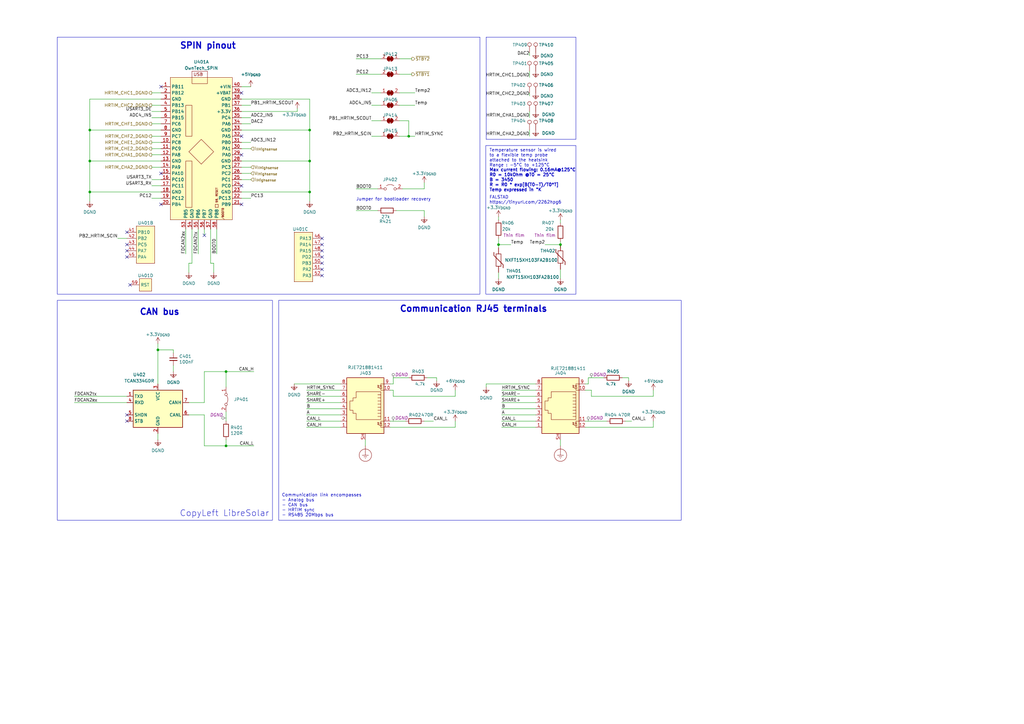
<source format=kicad_sch>
(kicad_sch (version 20250114) (generator "eeschema") (generator_version "9.0")
  (paper "A3")
  (title_block (title "Micro-inverter - 400W") (date "2024-02-06") (comment 1 "JAL"))
  (rectangle (start 199.263 59.69) (end 236.22 120.65))
  (rectangle (start 23.495 123.19) (end 111.76 213.36))
  (rectangle (start 199.39 15.24) (end 236.22 57.15))
  (rectangle (start 23.495 15.24) (end 196.85 120.65))
  (rectangle (start 114.3 123.19) (end 279.4 213.36))
  (text "CopyLeft LibreSolar\n" (at 73.66 212.09 0) (effects (font (size 2.4892 2.4892)) (justify left bottom)))
  (text "Communication link encompasses \n- Analog bus \n- CAN bus \n- HRTIM sync\n- RS485 20Mbps bus" (at 115.57 212.09 0) (effects (font (size 1.27 1.27)) (justify left bottom)))
  (text "Jumper for bootloader recovery" (at 146.05 82.55 0) (effects (font (size 1.27 1.27)) (justify left bottom)))
  (text "Temperature sensor is wired\nto a flexible temp probe \nattached to the heatsink\nRange : -5°C to +125°C" (at 200.66 68.58 0) (effects (font (size 1.27 1.27)) (justify left bottom)))
  (text "CAN bus" (at 57.15 129.54 0) (effects (font (size 2.54 2.54) (thickness 0.508) (bold yes)) (justify left bottom)))
  (text "Communication RJ45 terminals " (at 163.83 128.27 0) (effects (font (size 2.54 2.54) (thickness 0.508) (bold yes)) (justify left bottom)))
  (text "FALSTAD\nhttps://tinyurl.com/2262hpg6" (at 200.66 83.82 0) (effects (font (size 1.27 1.27)) (justify left bottom)))
  (text "Max current flowing: 0.16mA@125°C\nR0 = 10kOhm @T0 = 25°C\nB = 3450\nR = R0 * exp[B(T0-T)/T0*T]\nTemp expressed in °K" (at 200.66 78.74 0) (effects (font (size 1.27 1.27) (thickness 0.254) (bold yes)) (justify left bottom)))
  (text "SPIN pinout" (at 73.66 20.32 0) (effects (font (size 2.54 2.54) (thickness 0.4978) (bold yes)) (justify left bottom)))
  (junction (at 127 78.74))
  (junction (at 167.64 55.88))
  (junction (at 92.71 182.88))
  (junction (at 204.47 100.33))
  (junction (at 229.87 100.33))
  (junction (at 64.77 143.51))
  (junction (at 36.83 66.04))
  (junction (at 36.83 53.34))
  (junction (at 36.83 78.74))
  (junction (at 127 53.34))
  (junction (at 127 66.04))
  (junction (at 92.71 152.4))
  (no_connect (at 132.08 97.79))
  (no_connect (at 99.06 38.1))
  (no_connect (at 99.06 63.5))
  (no_connect (at 132.08 102.87))
  (no_connect (at 132.08 107.95))
  (no_connect (at 52.07 102.87))
  (no_connect (at 99.06 83.82))
  (no_connect (at 132.08 105.41))
  (no_connect (at 99.06 55.88))
  (no_connect (at 99.06 76.2))
  (no_connect (at 66.04 71.12))
  (no_connect (at 52.07 170.18))
  (no_connect (at 132.08 110.49))
  (no_connect (at 132.08 113.03))
  (no_connect (at 83.82 96.52))
  (no_connect (at 66.04 35.56))
  (no_connect (at 52.07 100.33))
  (no_connect (at 66.04 83.82))
  (no_connect (at 132.08 100.33))
  (no_connect (at 53.34 116.84))
  (no_connect (at 52.07 105.41))
  (no_connect (at 52.07 95.25))
  (no_connect (at 52.07 172.72))
  (wire (pts (xy 186.69 160.02) (xy 186.69 162.56)))
  (wire (pts (xy 255.27 154.94) (xy 257.81 154.94)))
  (wire (pts (xy 99.06 60.96) (xy 102.87 60.96)))
  (wire (pts (xy 240.03 172.72) (xy 248.92 172.72)))
  (wire (pts (xy 62.23 76.2) (xy 66.04 76.2)))
  (wire (pts (xy 36.83 53.34) (xy 66.04 53.34)))
  (wire (pts (xy 62.23 60.96) (xy 66.04 60.96)))
  (wire (pts (xy 62.23 43.18) (xy 66.04 43.18)))
  (wire (pts (xy 62.23 38.1) (xy 66.04 38.1)))
  (wire (pts (xy 99.06 43.18) (xy 102.87 43.18)))
  (wire (pts (xy 205.74 162.56) (xy 219.71 162.56)))
  (wire (pts (xy 99.06 68.58) (xy 102.87 68.58)))
  (wire (pts (xy 223.52 100.33) (xy 229.87 100.33)))
  (wire (pts (xy 242.57 162.56) (xy 242.57 160.02)))
  (wire (pts (xy 173.99 77.47) (xy 165.1 77.47)))
  (wire (pts (xy 152.4 55.88) (xy 156.21 55.88)))
  (wire (pts (xy 62.23 81.28) (xy 66.04 81.28)))
  (wire (pts (xy 205.74 175.26) (xy 219.71 175.26)))
  (wire (pts (xy 205.74 160.02) (xy 219.71 160.02)))
  (wire (pts (xy 217.17 38.1) (xy 217.17 39.37)))
  (wire (pts (xy 217.17 45.72) (xy 217.17 48.26)))
  (wire (pts (xy 99.06 35.56) (xy 102.87 35.56)))
  (wire (pts (xy 168.91 24.13) (xy 163.83 24.13)))
  (wire (pts (xy 146.05 77.47) (xy 154.94 77.47)))
  (wire (pts (xy 161.29 154.94) (xy 167.64 154.94)))
  (wire (pts (xy 161.29 160.02) (xy 160.02 160.02)))
  (wire (pts (xy 62.23 58.42) (xy 66.04 58.42)))
  (wire (pts (xy 76.2 93.98) (xy 76.2 104.14)))
  (wire (pts (xy 92.71 168.91) (xy 92.71 172.72)))
  (wire (pts (xy 87.63 107.95) (xy 86.36 107.95)))
  (wire (pts (xy 99.06 81.28) (xy 102.87 81.28)))
  (wire (pts (xy 205.74 170.18) (xy 219.71 170.18)))
  (wire (pts (xy 242.57 160.02) (xy 240.03 160.02)))
  (wire (pts (xy 241.3 157.48) (xy 240.03 157.48)))
  (wire (pts (xy 83.82 152.4) (xy 83.82 165.1)))
  (wire (pts (xy 120.65 157.48) (xy 139.7 157.48)))
  (wire (pts (xy 199.39 157.48) (xy 199.39 158.75)))
  (wire (pts (xy 229.87 90.17) (xy 229.87 91.44)))
  (wire (pts (xy 83.82 170.18) (xy 83.82 182.88)))
  (wire (pts (xy 121.92 44.45) (xy 121.92 45.72)))
  (wire (pts (xy 162.56 86.36) (xy 173.99 86.36)))
  (wire (pts (xy 36.83 78.74) (xy 36.83 82.55)))
  (wire (pts (xy 62.23 63.5) (xy 66.04 63.5)))
  (wire (pts (xy 160.02 172.72) (xy 166.37 172.72)))
  (wire (pts (xy 125.73 167.64) (xy 139.7 167.64)))
  (wire (pts (xy 127 40.64) (xy 127 53.34)))
  (wire (pts (xy 83.82 182.88) (xy 92.71 182.88)))
  (wire (pts (xy 152.4 38.1) (xy 156.21 38.1)))
  (wire (pts (xy 152.4 43.18) (xy 156.21 43.18)))
  (wire (pts (xy 267.97 160.02) (xy 267.97 162.56)))
  (wire (pts (xy 229.87 110.49) (xy 229.87 114.3)))
  (wire (pts (xy 217.17 29.21) (xy 217.17 31.75)))
  (wire (pts (xy 83.82 165.1) (xy 77.47 165.1)))
  (wire (pts (xy 204.47 97.79) (xy 204.47 100.33)))
  (wire (pts (xy 36.83 66.04) (xy 66.04 66.04)))
  (wire (pts (xy 92.71 152.4) (xy 104.14 152.4)))
  (wire (pts (xy 257.81 154.94) (xy 257.81 156.21)))
  (wire (pts (xy 36.83 53.34) (xy 36.83 66.04)))
  (wire (pts (xy 30.48 165.1) (xy 52.07 165.1)))
  (wire (pts (xy 127 66.04) (xy 127 78.74)))
  (wire (pts (xy 78.74 107.95) (xy 78.74 93.98)))
  (wire (pts (xy 62.23 55.88) (xy 66.04 55.88)))
  (wire (pts (xy 125.73 170.18) (xy 139.7 170.18)))
  (wire (pts (xy 204.47 88.9) (xy 204.47 90.17)))
  (wire (pts (xy 167.64 55.88) (xy 167.64 49.53)))
  (wire (pts (xy 179.07 156.21) (xy 179.07 154.94)))
  (wire (pts (xy 256.54 172.72) (xy 259.08 172.72)))
  (wire (pts (xy 83.82 93.98) (xy 83.82 96.52)))
  (wire (pts (xy 163.83 49.53) (xy 167.64 49.53)))
  (wire (pts (xy 156.21 30.48) (xy 146.05 30.48)))
  (wire (pts (xy 62.23 68.58) (xy 66.04 68.58)))
  (wire (pts (xy 173.99 172.72) (xy 177.8 172.72)))
  (wire (pts (xy 88.9 93.98) (xy 88.9 104.14)))
  (wire (pts (xy 83.82 152.4) (xy 92.71 152.4)))
  (wire (pts (xy 125.73 175.26) (xy 139.7 175.26)))
  (wire (pts (xy 204.47 100.33) (xy 204.47 101.6)))
  (wire (pts (xy 219.71 172.72) (xy 205.74 172.72)))
  (wire (pts (xy 71.12 152.4) (xy 71.12 149.86)))
  (wire (pts (xy 229.87 180.34) (xy 229.87 182.88)))
  (wire (pts (xy 71.12 144.78) (xy 71.12 143.51)))
  (wire (pts (xy 139.7 172.72) (xy 125.73 172.72)))
  (wire (pts (xy 92.71 152.4) (xy 92.71 158.75)))
  (wire (pts (xy 121.92 45.72) (xy 99.06 45.72)))
  (wire (pts (xy 99.06 40.64) (xy 127 40.64)))
  (wire (pts (xy 186.69 162.56) (xy 161.29 162.56)))
  (wire (pts (xy 170.18 55.88) (xy 167.64 55.88)))
  (wire (pts (xy 77.47 107.95) (xy 77.47 111.76)))
  (wire (pts (xy 36.83 66.04) (xy 36.83 78.74)))
  (wire (pts (xy 64.77 177.8) (xy 64.77 180.34)))
  (wire (pts (xy 99.06 78.74) (xy 127 78.74)))
  (wire (pts (xy 92.71 182.88) (xy 104.14 182.88)))
  (wire (pts (xy 99.06 53.34) (xy 127 53.34)))
  (wire (pts (xy 64.77 143.51) (xy 71.12 143.51)))
  (wire (pts (xy 36.83 40.64) (xy 36.83 53.34)))
  (wire (pts (xy 36.83 40.64) (xy 66.04 40.64)))
  (wire (pts (xy 175.26 154.94) (xy 179.07 154.94)))
  (wire (pts (xy 62.23 50.8) (xy 66.04 50.8)))
  (wire (pts (xy 64.77 143.51) (xy 64.77 157.48)))
  (wire (pts (xy 99.06 50.8) (xy 102.87 50.8)))
  (wire (pts (xy 77.47 107.95) (xy 78.74 107.95)))
  (wire (pts (xy 99.06 73.66) (xy 102.87 73.66)))
  (wire (pts (xy 125.73 162.56) (xy 139.7 162.56)))
  (wire (pts (xy 241.3 154.94) (xy 247.65 154.94)))
  (wire (pts (xy 267.97 172.72) (xy 267.97 175.26)))
  (wire (pts (xy 127 78.74) (xy 127 82.55)))
  (wire (pts (xy 161.29 162.56) (xy 161.29 160.02)))
  (wire (pts (xy 156.21 24.13) (xy 146.05 24.13)))
  (wire (pts (xy 205.74 167.64) (xy 219.71 167.64)))
  (wire (pts (xy 199.39 157.48) (xy 219.71 157.48)))
  (wire (pts (xy 149.86 180.34) (xy 149.86 182.88)))
  (wire (pts (xy 217.17 53.34) (xy 217.17 55.88)))
  (wire (pts (xy 127 53.34) (xy 127 66.04)))
  (wire (pts (xy 92.71 180.34) (xy 92.71 182.88)))
  (wire (pts (xy 62.23 73.66) (xy 66.04 73.66)))
  (wire (pts (xy 186.69 172.72) (xy 186.69 175.26)))
  (wire (pts (xy 125.73 160.02) (xy 139.7 160.02)))
  (wire (pts (xy 161.29 157.48) (xy 160.02 157.48)))
  (wire (pts (xy 146.05 86.36) (xy 154.94 86.36)))
  (wire (pts (xy 161.29 154.94) (xy 161.29 157.48)))
  (wire (pts (xy 242.57 162.56) (xy 267.97 162.56)))
  (wire (pts (xy 168.91 30.48) (xy 163.83 30.48)))
  (wire (pts (xy 99.06 48.26) (xy 102.87 48.26)))
  (wire (pts (xy 125.73 165.1) (xy 139.7 165.1)))
  (wire (pts (xy 241.3 154.94) (xy 241.3 157.48)))
  (wire (pts (xy 64.77 140.97) (xy 64.77 143.51)))
  (wire (pts (xy 217.17 21.59) (xy 217.17 22.86)))
  (wire (pts (xy 240.03 175.26) (xy 267.97 175.26)))
  (wire (pts (xy 81.28 93.98) (xy 81.28 104.14)))
  (wire (pts (xy 163.83 43.18) (xy 170.18 43.18)))
  (wire (pts (xy 48.26 97.79) (xy 52.07 97.79)))
  (wire (pts (xy 229.87 100.33) (xy 229.87 101.6)))
  (wire (pts (xy 173.99 74.93) (xy 173.99 77.47)))
  (wire (pts (xy 86.36 107.95) (xy 86.36 93.98)))
  (wire (pts (xy 77.47 170.18) (xy 83.82 170.18)))
  (wire (pts (xy 99.06 66.04) (xy 127 66.04)))
  (wire (pts (xy 152.4 49.53) (xy 156.21 49.53)))
  (wire (pts (xy 87.63 107.95) (xy 87.63 111.76)))
  (wire (pts (xy 173.99 86.36) (xy 173.99 88.9)))
  (wire (pts (xy 66.04 78.74) (xy 36.83 78.74)))
  (wire (pts (xy 204.47 100.33) (xy 209.55 100.33)))
  (wire (pts (xy 229.87 99.06) (xy 229.87 100.33)))
  (wire (pts (xy 99.06 58.42) (xy 102.87 58.42)))
  (wire (pts (xy 160.02 175.26) (xy 186.69 175.26)))
  (wire (pts (xy 30.48 162.56) (xy 52.07 162.56)))
  (wire (pts (xy 205.74 165.1) (xy 219.71 165.1)))
  (wire (pts (xy 62.23 45.72) (xy 66.04 45.72)))
  (wire (pts (xy 163.83 55.88) (xy 167.64 55.88)))
  (wire (pts (xy 163.83 38.1) (xy 170.18 38.1)))
  (wire (pts (xy 204.47 111.76) (xy 204.47 114.3)))
  (wire (pts (xy 62.23 48.26) (xy 66.04 48.26)))
  (wire (pts (xy 99.06 71.12) (xy 102.87 71.12)))
  (label "PC13" (at 146.05 24.13 0))
  (label "PB2_HRTIM_SCIN" (at 152.4 55.88 180))
  (label "CAN_H" (at 205.74 175.26 0))
  (label "CAN_L" (at 125.73 172.72 0))
  (label "CAN_L" (at 177.8 172.72 0))
  (label "ADC2_IN5" (at 102.87 48.26 0))
  (label "HRTIM_CHC2_DGND" (at 217.17 39.37 180))
  (label "PB1_HRTIM_SCOUT" (at 152.4 49.53 180))
  (label "SHARE+" (at 125.73 165.1 0))
  (label "HRTIM_SYNC" (at 125.73 160.02 0))
  (label "B" (at 125.73 167.64 0))
  (label "HRTIM_SYNC" (at 170.18 55.88 0))
  (label "ADC3_IN12" (at 102.87 58.42 0))
  (label "ADC4_IN5" (at 62.23 48.26 180))
  (label "Temp2" (at 223.52 100.33 180))
  (label "ADC3_IN12" (at 152.4 38.1 180))
  (label "B" (at 205.74 167.64 0))
  (label "A" (at 125.73 170.18 0))
  (label "CAN_H" (at 104.14 152.4 180))
  (label "BOOT0" (at 88.9 104.14 90))
  (label "A" (at 205.74 170.18 0))
  (label "CAN_H" (at 125.73 175.26 0))
  (label "SHARE+" (at 205.74 165.1 0))
  (label "PC12" (at 146.05 30.48 0))
  (label "SHARE-" (at 125.73 162.56 0))
  (label "BOOT0" (at 146.05 77.47 0))
  (label "Temp" (at 170.18 43.18 0))
  (label "FDCAN2_{RX}" (at 76.2 104.14 90))
  (label "HRTIM_CHC1_DGND" (at 217.17 31.75 180))
  (label "CAN_L" (at 205.74 172.72 0))
  (label "HRTIM_SYNC" (at 205.74 160.02 0))
  (label "USART3_DE" (at 62.23 45.72 180))
  (label "DAC2" (at 102.87 50.8 0))
  (label "DAC2" (at 217.17 22.86 180))
  (label "Temp2" (at 170.18 38.1 0))
  (label "ADC4_IN5" (at 152.4 43.18 180))
  (label "CAN_L" (at 104.14 182.88 180))
  (label "BOOT0" (at 146.05 86.36 0))
  (label "SHARE-" (at 205.74 162.56 0))
  (label "HRTIM_CHA2_DGND" (at 217.17 55.88 180))
  (label "USART3_RX" (at 62.23 76.2 180))
  (label "PC12" (at 62.23 81.28 180))
  (label "FDCAN2_{RX}" (at 30.48 165.1 0))
  (label "PB2_HRTIM_SCIN" (at 48.26 97.79 180))
  (label "USART3_TX" (at 62.23 73.66 180))
  (label "HRTIM_CHA1_DGND" (at 217.17 48.26 180))
  (label "CAN_L" (at 259.08 172.72 0))
  (label "FDCAN2_{TX}" (at 30.48 162.56 0))
  (label "FDCAN2_{TX}" (at 81.28 104.14 90))
  (label "PC13" (at 102.87 81.28 0))
  (label "PB1_HRTIM_SCOUT" (at 102.87 43.18 0))
  (label "Temp" (at 209.55 100.33 0))
  (hierarchical_label "HRTIM_CHF2_DGND" (shape output) (at 62.23 55.88 180))
  (hierarchical_label "HRTIM_CHF1_DGND" (shape output) (at 62.23 50.8 180))
  (hierarchical_label "HRTIM_CHA2_DGND" (shape output) (at 62.23 68.58 180))
  (hierarchical_label "~{STBY2}" (shape output) (at 168.91 24.13 0))
  (hierarchical_label "HRTIM_CHA1_DGND" (shape output) (at 62.23 63.5 180))
  (hierarchical_label "I_{IIHighsense}" (shape input) (at 102.87 60.96 0))
  (hierarchical_label "V_{IIHighsense}" (shape input) (at 102.87 68.58 0))
  (hierarchical_label "I_{IHighsense}" (shape input) (at 102.87 73.66 0))
  (hierarchical_label "V_{IHighsense}" (shape input) (at 102.87 71.12 0))
  (hierarchical_label "HRTIM_CHE2_DGND" (shape output) (at 62.23 60.96 180))
  (hierarchical_label "HRTIM_CHC1_DGND" (shape output) (at 62.23 38.1 180))
  (hierarchical_label "HRTIM_CHE1_DGND" (shape output) (at 62.23 58.42 180))
  (hierarchical_label "HRTIM_CHC2_DGND" (shape output) (at 62.23 43.18 180))
  (hierarchical_label "~{STBY1}" (shape output) (at 168.91 30.48 0))
  (netclass_flag "" (length 1.27) (shape round) (at 161.29 154.94 0) (property "Netclass" "DGND" (at 161.9885 153.67 0) (effects (font (italic yes)) (justify left))))
  (netclass_flag "" (length 1.27) (shape round) (at 241.3 172.72 0) (property "Netclass" "DGND" (at 241.9985 171.45 0) (effects (font (italic yes)) (justify left))))
  (netclass_flag "" (length 1.27) (shape round) (at 92.71 171.45 90) (property "Netclass" "DGND" (at 86.106 170.18 0) (effects (font (italic yes)) (justify left))))
  (netclass_flag "" (length 1.27) (shape round) (at 242.57 154.94 0) (property "Netclass" "DGND" (at 243.2685 153.67 0) (effects (font (italic yes)) (justify left))))
  (netclass_flag "" (length 1.27) (shape round) (at 161.29 172.72 0) (property "Netclass" "DGND" (at 161.9885 171.45 0) (effects (font (italic yes)) (justify left))))
  (symbol (lib_id "Symbols:DGND") (at 173.99 88.9 0) (unit 1)
    (property "Reference" "#PWR0418" (effects (hide yes)))
    (property "Value" "DGND" (at 173.99 93.345 0))
  )
  (symbol (lib_id "Connector:RJ45_LED_Shielded") (at 149.86 167.64 0) (mirror y) (unit 1)
    (property "Reference" "J403" (at 149.86 153.035 0))
    (property "Value" "RJE721881411" (at 149.86 150.7236 0))
    (property "Footprint" "Footprints:ethernet_RJE721881411" (effects (hide yes)))
    (property "Datasheet" "${KIPRJMOD}\\datasheet\\io-modjack-rje72.pdf" (effects (hide yes)))
    (property "manf#" "RJE721881411" (effects (hide yes)))
    (property "Functional Block" "Communication" (effects (hide yes)))
    (property "Subfunction" "RJ45 Connector" (effects (hide yes)))
  )
  (symbol (lib_id "Symbols:DGND") (at 199.39 158.75 0) (unit 1)
    (property "Reference" "#PWR0422" (effects (hide yes)))
    (property "Value" "DGND" (at 199.39 163.195 0))
  )
  (symbol (lib_id "Connector:TestPoint") (at 217.17 38.1 0) (unit 1) (on_board no)
    (property "Reference" "TP402" (at 209.55 34.925 0) (effects (justify left)))
    (property "Value" "TestPoint" (effects (hide yes)))
    (property "Footprint" "Footprints:TestPoint_THTPad_D1.5mm_Drill0.7mm" (effects (hide yes)))
    (property "DNP" "x" (effects (hide yes)))
  )
  (symbol (lib_id "Device:R") (at 92.71 176.53 0) (unit 1)
    (property "Reference" "R401" (at 94.488 175.3616 0) (effects (justify left)))
    (property "Value" "120R" (at 94.488 177.673 0) (effects (justify left)))
    (property "Footprint" "Footprints:R_0805_2012Metric" (effects (hide yes)))
    (property "Datasheet" "${KIPRJMOD}\\datasheet\\cr-1858361.pdf" (effects (hide yes)))
    (property "manf#" "CR0805-FX-1200ELF" (effects (hide yes)))
    (property "Functional Block" "Communication" (effects (hide yes)))
    (property "Metal content" "NiCr" (effects (hide yes)))
    (property "Subfunction" "CAN bus" (effects (hide yes)))
    (property "Package" "0805" (effects (hide yes)))
    (property "Technology" "Thick film" (effects (hide yes)))
  )
  (symbol (lib_id "Jumper:SolderJumper_2_Bridged") (at 160.02 49.53 0) (unit 1)
    (property "Reference" "JP414" (at 160.02 47.244 0))
    (property "Value" "Jumper_2_Bridged" (effects (hide yes)))
    (property "Footprint" "Jumper:SolderJumper-2_P1.3mm_Bridged_RoundedPad1.0x1.5mm" (effects (hide yes)))
    (property "DNP" "x" (effects (hide yes)))
    (property "Functional Block" "Communication" (effects (hide yes)))
    (property "Subfunction" "HRTIM Sync" (effects (hide yes)))
  )
  (symbol (lib_id "Symbols:+12V_PGND") (at 102.87 35.56 0) (unit 1) (in_bom no) (on_board no)
    (property "Reference" "#PWR0411" (effects (hide yes)))
    (property "Value" "+5V_{DGND}" (at 102.87 30.48 0))
  )
  (symbol (lib_id "Symbols:DGND") (at 127 82.55 0) (unit 1)
    (property "Reference" "#PWR0413" (effects (hide yes)))
    (property "Value" "DGND" (at 127 86.995 0))
  )
  (symbol (lib_id "Device:R") (at 251.46 154.94 90) (mirror x) (unit 1)
    (property "Reference" "R405" (at 254 152.4 90) (effects (justify left)))
    (property "Value" "4.7k" (at 252.73 157.48 90) (effects (justify left)))
    (property "Footprint" "Footprints:R_0805_2012Metric" (effects (hide yes)))
    (property "Datasheet" "${KIPRJMOD}\\datasheet\\cr-1858361.pdf" (effects (hide yes)))
    (property "manf#" "CR0805-FX-4701ELF" (effects (hide yes)))
    (property "Functional Block" "Communication" (effects (hide yes)))
    (property "Metal content" "NiCr" (effects (hide yes)))
    (property "Subfunction" "Analog bus" (effects (hide yes)))
    (property "Package" "0805" (effects (hide yes)))
    (property "Technology" "Thick film" (effects (hide yes)))
  )
  (symbol (lib_id "Symbols:DGND") (at 219.71 45.72 0) (unit 1)
    (property "Reference" "#PWR0429" (effects (hide yes)))
    (property "Value" "DGND" (at 222.25 46.9899 0) (effects (justify left)))
  )
  (symbol (lib_id "Symbols:DGND") (at 229.87 114.3 0) (unit 1)
    (property "Reference" "#PWR0432" (effects (hide yes)))
    (property "Value" "DGND" (at 229.87 118.745 0))
  )
  (symbol (lib_id "Connector:TestPoint") (at 219.71 53.34 0) (unit 1) (on_board no)
    (property "Reference" "TP408" (at 220.98 49.53 0) (effects (justify left)))
    (property "Value" "TestPoint" (effects (hide yes)))
    (property "Footprint" "Footprints:TestPoint_THTPad_D1.5mm_Drill0.7mm" (effects (hide yes)))
    (property "DNP" "x" (effects (hide yes)))
  )
  (symbol (lib_id "Symbols:DGND") (at 219.71 21.59 0) (unit 1)
    (property "Reference" "#PWR0426" (effects (hide yes)))
    (property "Value" "DGND" (at 221.615 22.8599 0) (effects (justify left)))
  )
  (symbol (lib_id "Symbols:+3.3V_DGND") (at 121.92 44.45 0) (unit 1) (in_bom no) (on_board no)
    (property "Reference" "#PWR0442" (effects (hide yes)))
    (property "Value" "+3.3V_{DGND}" (at 120.65 46.99 0))
  )
  (symbol (lib_id "Connector:TestPoint") (at 219.71 21.59 0) (unit 1) (on_board no)
    (property "Reference" "TP410" (at 220.98 18.415 0) (effects (justify left)))
    (property "Value" "TestPoint" (effects (hide yes)))
    (property "Footprint" "Footprints:TestPoint_THTPad_D1.5mm_Drill0.7mm" (effects (hide yes)))
    (property "DNP" "x" (effects (hide yes)))
  )
  (symbol (lib_id "Device:R") (at 171.45 154.94 270) (mirror x) (unit 1)
    (property "Reference" "R403" (at 168.91 152.4 90) (effects (justify left)))
    (property "Value" "4.7k" (at 170.18 157.48 90) (effects (justify left)))
    (property "Footprint" "Footprints:R_0805_2012Metric" (effects (hide yes)))
    (property "Datasheet" "${KIPRJMOD}\\datasheet\\cr-1858361.pdf" (effects (hide yes)))
    (property "manf#" "CR0805-FX-4701ELF" (effects (hide yes)))
    (property "Functional Block" "Communication" (effects (hide yes)))
    (property "Metal content" "NiCr" (effects (hide yes)))
    (property "Subfunction" "Analog bus" (effects (hide yes)))
    (property "Package" "0805" (effects (hide yes)))
    (property "Technology" "Thick film" (effects (hide yes)))
  )
  (symbol (lib_id "Symbols:+3.3V_DGND") (at 267.97 172.72 0) (unit 1) (in_bom no) (on_board no)
    (property "Reference" "#PWR0441" (effects (hide yes)))
    (property "Value" "+3.3V_{DGND}" (at 267.97 168.91 0))
  )
  (symbol (lib_id "Jumper:Jumper_2_Open") (at 160.02 77.47 0) (unit 1)
    (property "Reference" "JP402" (at 160.02 73.66 0))
    (property "Value" "Jumper_2_Open" (effects (hide yes)))
    (property "Footprint" "Connector_PinHeader_2.54mm:PinHeader_1x02_P2.54mm_Vertical" (effects (hide yes)))
  )
  (symbol (lib_id "Symbols:DGND") (at 179.07 156.21 0) (unit 1)
    (property "Reference" "#PWR0419" (effects (hide yes)))
    (property "Value" "DGND" (at 179.07 160.02 0))
  )
  (symbol (lib_id "Symbols:DGND") (at 219.71 53.34 0) (unit 1)
    (property "Reference" "#PWR0430" (effects (hide yes)))
    (property "Value" "DGND" (at 222.25 54.6099 0) (effects (justify left)))
  )
  (symbol (lib_id "power:Earth_Protective") (at 149.86 182.88 0) (mirror y) (unit 1) (on_board no)
    (property "Reference" "#PWR0415" (effects (hide yes)))
    (property "Value" "Earth_Protective" (effects (hide yes)))
  )
  (symbol (lib_id "Symbols:DGND") (at 36.83 82.55 0) (unit 1)
    (property "Reference" "#PWR0401" (effects (hide yes)))
    (property "Value" "DGND" (at 36.83 86.995 0))
  )
  (symbol (lib_id "Device:C_Small") (at 71.12 147.32 0) (unit 1)
    (property "Reference" "C401" (at 73.4568 146.1516 0) (effects (justify left)))
    (property "Value" "100nF" (at 73.4568 148.463 0) (effects (justify left)))
    (property "Footprint" "Capacitor_SMD:C_1206_3216Metric" (effects (hide yes)))
    (property "Datasheet" "${KIPRJMOD}\\datasheet\\KEM_C1002_X7R_SMD-3316098.pdf" (effects (hide yes)))
    (property "manf#" "C1206C104K5RAC7867" (effects (hide yes)))
    (property "Functional Block" "Communication" (effects (hide yes)))
    (property "Metal content" "BaTiO3" (effects (hide yes)))
    (property "Subfunction" "CAN bus" (effects (hide yes)))
    (property "Package" "1206" (effects (hide yes)))
    (property "Dielectric" "X7R" (effects (hide yes)))
    (property "Voltage" "50V" (effects (hide yes)))
  )
  (symbol (lib_id "Connector:RJ45_LED_Shielded") (at 229.87 167.64 0) (mirror y) (unit 1)
    (property "Reference" "J404" (at 229.87 153.035 0))
    (property "Value" "RJE721881411" (at 233.045 151.13 0))
    (property "Footprint" "Footprints:ethernet_RJE721881411" (effects (hide yes)))
    (property "Datasheet" "${KIPRJMOD}\\datasheet\\io-modjack-rje72.pdf" (effects (hide yes)))
    (property "manf#" "RJE721881411" (effects (hide yes)))
    (property "Functional Block" "Communication" (effects (hide yes)))
    (property "Subfunction" "RJ45 Connector" (effects (hide yes)))
  )
  (symbol (lib_name "OwnTech_SPIN_2") (lib_id "Symbols:OwnTech_SPIN") (at 128.27 95.25 0) (mirror y) (unit 3)
    (property "Reference" "U401" (at 123.19 93.98 0))
    (property "Value" "OwnTech_SPIN" (effects (hide yes)))
    (property "Footprint" "Footprints:OwnTech_SPINTHT" (effects (hide yes)))
    (property "manf#" "SPIN" (effects (hide yes)))
  )
  (symbol (lib_id "Symbols:DGND") (at 257.81 156.21 0) (unit 1)
    (property "Reference" "#PWR0437" (effects (hide yes)))
    (property "Value" "DGND" (at 257.81 160.655 0))
  )
  (symbol (lib_id "Connector:TestPoint") (at 219.71 45.72 0) (unit 1) (on_board no)
    (property "Reference" "TP407" (at 220.98 42.545 0) (effects (justify left)))
    (property "Value" "TestPoint" (effects (hide yes)))
    (property "Footprint" "Footprints:TestPoint_THTPad_D1.5mm_Drill0.7mm" (effects (hide yes)))
    (property "DNP" "x" (effects (hide yes)))
  )
  (symbol (lib_id "Jumper:Jumper_2_Bridged") (at 92.71 163.83 270) (unit 1)
    (property "Reference" "JP401" (at 95.885 163.83 90) (effects (justify left)))
    (property "Value" "Jumper" (effects (hide yes)))
    (property "Footprint" "Connector_PinHeader_2.54mm:PinHeader_1x02_P2.54mm_Vertical" (effects (hide yes)))
    (property "Datasheet" "${KIPRJMOD}\\datasheet\\eEH.pdf" (effects (hide yes)))
    (property "DNP" "x" (effects (hide yes)))
    (property "Functional Block" "Communication" (effects (hide yes)))
    (property "Subfunction" "CAN bus" (effects (hide yes)))
    (property "manf#" "10129378-902001BLF" (effects (hide yes)))
  )
  (symbol (lib_id "Connector:TestPoint") (at 219.71 29.21 0) (unit 1) (on_board no)
    (property "Reference" "TP405" (at 220.98 26.035 0) (effects (justify left)))
    (property "Value" "TestPoint" (effects (hide yes)))
    (property "Footprint" "Footprints:TestPoint_THTPad_D1.5mm_Drill0.7mm" (effects (hide yes)))
    (property "DNP" "x" (effects (hide yes)))
  )
  (symbol (lib_id "Jumper:SolderJumper_2_Bridged") (at 160.02 24.13 0) (mirror y) (unit 1)
    (property "Reference" "JP412" (at 160.02 22.225 0))
    (property "Value" "Jumper_2_Bridged" (effects (hide yes)))
    (property "Footprint" "Jumper:SolderJumper-2_P1.3mm_Bridged_RoundedPad1.0x1.5mm" (effects (hide yes)))
    (property "DNP" "x" (effects (hide yes)))
    (property "Functional Block" "Driver" (effects (hide yes)))
    (property "Subfunction" "STBY driver" (effects (hide yes)))
  )
  (symbol (lib_id "Device:R") (at 229.87 95.25 180) (unit 1)
    (property "Reference" "R407" (at 227.33 91.44 0) (effects (justify left)))
    (property "Value" "20k" (at 227.33 93.98 0) (effects (justify left)))
    (property "Footprint" "Footprints:R_0805_2012Metric" (effects (hide yes)))
    (property "Datasheet" "${KIPRJMOD}\\datasheet\\PYu_RT_1_to_0_01_RoHS_L_12-3003070.pdf" (effects (hide yes)))
    (property "manf#" "RT0805DRD0720KL" (effects (hide yes)))
    (property "Functional Block" "Measurement" (effects (hide yes)))
    (property "Metal content" "NiCr" (effects (hide yes)))
    (property "Subfunction" "Temp Measure" (effects (hide yes)))
    (property "Package" "0805" (effects (hide yes)))
    (property "Technology" "Thin film" (at 223.52 96.52 0))
  )
  (symbol (lib_id "Jumper:SolderJumper_2_Bridged") (at 160.02 30.48 0) (mirror y) (unit 1)
    (property "Reference" "JP413" (at 160.02 28.194 0))
    (property "Value" "Jumper_2_Bridged" (effects (hide yes)))
    (property "Footprint" "Jumper:SolderJumper-2_P1.3mm_Bridged_RoundedPad1.0x1.5mm" (effects (hide yes)))
    (property "DNP" "x" (effects (hide yes)))
    (property "Functional Block" "Driver" (effects (hide yes)))
    (property "Subfunction" "STBY driver" (effects (hide yes)))
  )
  (symbol (lib_name "OwnTech_SPIN_3") (lib_id "Symbols:OwnTech_SPIN") (at 57.15 114.3 0) (unit 4)
    (property "Reference" "U401" (at 59.69 113.03 0))
    (property "Value" "OwnTech_SPIN" (effects (hide yes)))
    (property "Footprint" "Footprints:OwnTech_SPINTHT" (effects (hide yes)))
    (property "manf#" "SPIN" (effects (hide yes)))
  )
  (symbol (lib_id "Symbols:+3.3V_DGND") (at 173.99 74.93 0) (unit 1) (in_bom no) (on_board no)
    (property "Reference" "#PWR0417" (effects (hide yes)))
    (property "Value" "+3.3V_{DGND}" (at 173.99 71.12 0))
  )
  (symbol (lib_id "Symbols:DGND") (at 219.71 38.1 0) (unit 1)
    (property "Reference" "#PWR0428" (effects (hide yes)))
    (property "Value" "DGND" (at 221.615 39.3699 0) (effects (justify left)))
  )
  (symbol (lib_id "Device:R") (at 204.47 93.98 180) (unit 1)
    (property "Reference" "R406" (at 210.82 91.44 0) (effects (justify left)))
    (property "Value" "20k" (at 209.55 93.98 0) (effects (justify left)))
    (property "Footprint" "Footprints:R_0805_2012Metric" (effects (hide yes)))
    (property "Datasheet" "${KIPRJMOD}\\datasheet\\PYu_RT_1_to_0_01_RoHS_L_12-3003070.pdf" (effects (hide yes)))
    (property "manf#" "RT0805DRD0720KL" (effects (hide yes)))
    (property "Functional Block" "Measurement" (effects (hide yes)))
    (property "Metal content" "NiCr" (effects (hide yes)))
    (property "Subfunction" "Temp Measure" (effects (hide yes)))
    (property "Package" "0805" (effects (hide yes)))
    (property "Technology" "Thin film" (at 210.82 96.52 0))
  )
  (symbol (lib_id "Symbols:DGND") (at 120.65 157.48 0) (unit 1)
    (property "Reference" "#PWR0412" (effects (hide yes)))
    (property "Value" "DGND" (at 120.65 161.925 0))
  )
  (symbol (lib_id "Jumper:SolderJumper_2_Bridged") (at 160.02 55.88 0) (unit 1)
    (property "Reference" "JP415" (at 160.02 53.594 0))
    (property "Value" "Jumper_2_Bridged" (effects (hide yes)))
    (property "Footprint" "Jumper:SolderJumper-2_P1.3mm_Bridged_RoundedPad1.0x1.5mm" (effects (hide yes)))
    (property "DNP" "x" (effects (hide yes)))
    (property "Functional Block" "Communication" (effects (hide yes)))
    (property "Subfunction" "HRTIM Sync" (effects (hide yes)))
  )
  (symbol (lib_id "Device:R") (at 252.73 172.72 90) (unit 1)
    (property "Reference" "R404" (at 250.444 170.18 90))
    (property "Value" "470R" (at 256.032 170.18 90))
    (property "Footprint" "Footprints:R_0805_2012Metric" (effects (hide yes)))
    (property "Datasheet" "${KIPRJMOD}\\datasheet\\cr-1858361.pdf" (effects (hide yes)))
    (property "manf#" "CR0805-FX-4700ELF" (effects (hide yes)))
    (property "Functional Block" "Feeder" (effects (hide yes)))
    (property "Metal content" "NiCr" (effects (hide yes)))
    (property "Subfunction" "+6V / DGND supply" (effects (hide yes)))
    (property "Package" "0805" (effects (hide yes)))
    (property "Technology" "Thick film" (effects (hide yes)))
  )
  (symbol (lib_id "Jumper:SolderJumper_2_Bridged") (at 160.02 43.18 0) (unit 1)
    (property "Reference" "JP406" (at 160.02 40.894 0))
    (property "Value" "Jumper_2_Bridged" (effects (hide yes)))
    (property "Footprint" "Jumper:SolderJumper-2_P1.3mm_Bridged_RoundedPad1.0x1.5mm" (effects (hide yes)))
    (property "DNP" "x" (effects (hide yes)))
    (property "Functional Block" "Measurement" (effects (hide yes)))
    (property "Subfunction" "Temp Measure" (effects (hide yes)))
  )
  (symbol (lib_id "Symbols:+3.3V_DGND") (at 204.47 88.9 0) (unit 1) (in_bom no) (on_board no)
    (property "Reference" "#PWR0423" (effects (hide yes)))
    (property "Value" "+3.3V_{DGND}" (at 204.47 85.09 0))
  )
  (symbol (lib_id "Symbols:DGND") (at 204.47 114.3 0) (unit 1)
    (property "Reference" "#PWR0424" (effects (hide yes)))
    (property "Value" "DGND" (at 204.47 118.745 0))
  )
  (symbol (lib_id "Connector:TestPoint") (at 219.71 38.1 0) (unit 1) (on_board no)
    (property "Reference" "TP406" (at 220.98 34.925 0) (effects (justify left)))
    (property "Value" "TestPoint" (effects (hide yes)))
    (property "Footprint" "Footprints:TestPoint_THTPad_D1.5mm_Drill0.7mm" (effects (hide yes)))
    (property "DNP" "x" (effects (hide yes)))
  )
  (symbol (lib_id "Symbols:+3.3V_DGND") (at 229.87 90.17 0) (unit 1) (in_bom no) (on_board no)
    (property "Reference" "#PWR0431" (effects (hide yes)))
    (property "Value" "+3.3V_{DGND}" (at 229.87 86.36 0))
  )
  (symbol (lib_id "Symbols:+6V_DGND") (at 267.97 160.02 0) (unit 1) (in_bom no) (on_board no)
    (property "Reference" "#PWR0440" (effects (hide yes)))
    (property "Value" "+6V_{DGND}" (at 267.97 156.21 0))
  )
  (symbol (lib_name "OwnTech_SPIN_1") (lib_id "Symbols:OwnTech_SPIN") (at 69.85 31.75 0) (unit 1)
    (property "Reference" "U401" (at 82.55 25.4 0))
    (property "Value" "OwnTech_SPIN" (at 82.55 27.94 0))
    (property "Footprint" "Footprints:OwnTech_SPINTHT" (effects (hide yes)))
    (property "manf#" "SPIN" (effects (hide yes)))
  )
  (symbol (lib_id "Symbols:DGND") (at 219.71 29.21 0) (unit 1)
    (property "Reference" "#PWR0427" (effects (hide yes)))
    (property "Value" "DGND" (at 221.615 30.4799 0) (effects (justify left)))
  )
  (symbol (lib_id "Device:R") (at 158.75 86.36 90) (mirror x) (unit 1)
    (property "Reference" "R421" (at 160.655 90.805 90) (effects (justify left)))
    (property "Value" "27k" (at 160.02 88.9 90) (effects (justify left)))
    (property "Footprint" "Footprints:R_0805_2012Metric" (effects (hide yes)))
    (property "Datasheet" "${KIPRJMOD}\\datasheet\\cr-1858361.pdf" (effects (hide yes)))
    (property "manf#" "CR0805-FX-4701ELF" (effects (hide yes)))
    (property "Functional Block" "Communication" (effects (hide yes)))
    (property "Metal content" "NiCr" (effects (hide yes)))
    (property "Subfunction" "Analog bus" (effects (hide yes)))
    (property "Package" "0805" (effects (hide yes)))
    (property "Technology" "Thick film" (effects (hide yes)))
  )
  (symbol (lib_id "Symbols:+3.3V_DGND") (at 186.69 172.72 0) (unit 1) (in_bom no) (on_board no)
    (property "Reference" "#PWR0421" (effects (hide yes)))
    (property "Value" "+3.3V_{DGND}" (at 186.69 168.91 0))
  )
  (symbol (lib_id "Interface_CAN_LIN:TCAN334") (at 64.77 167.64 0) (unit 1)
    (property "Reference" "U402" (at 57.15 153.67 0))
    (property "Value" "TCAN334GDR" (at 57.15 156.21 0))
    (property "Footprint" "Footprints:SOIC-8_3.9x4.9mm_P1.27mm" (effects (hide yes)))
    (property "Datasheet" "${KIPRJMOD}\\datasheet\\tcan334g.pdf" (effects (hide yes)))
    (property "manf#" "TCAN334GDR" (effects (hide yes)))
    (property "Functional Block" "Communication" (effects (hide yes)))
    (property "Subfunction" "CAN bus" (effects (hide yes)))
  )
  (symbol (lib_id "Device:R") (at 170.18 172.72 90) (unit 1)
    (property "Reference" "R402" (at 170.18 170.18 90))
    (property "Value" "470R" (at 175.26 170.18 90))
    (property "Footprint" "Footprints:R_0805_2012Metric" (effects (hide yes)))
    (property "Datasheet" "${KIPRJMOD}\\datasheet\\cr-1858361.pdf" (effects (hide yes)))
    (property "manf#" "CR0805-FX-4700ELF" (effects (hide yes)))
    (property "Functional Block" "Feeder" (effects (hide yes)))
    (property "Metal content" "NiCr" (effects (hide yes)))
    (property "Subfunction" "+6V / DGND supply" (effects (hide yes)))
    (property "Package" "0805" (effects (hide yes)))
    (property "Technology" "Thick film" (effects (hide yes)))
  )
  (symbol (lib_name "OwnTech_SPIN_2") (lib_id "Symbols:OwnTech_SPIN") (at 55.88 92.71 0) (unit 2)
    (property "Reference" "U401" (at 59.69 91.44 0))
    (property "Value" "OwnTech_SPIN" (effects (hide yes)))
    (property "Footprint" "Footprints:OwnTech_SPINTHT" (effects (hide yes)))
    (property "manf#" "SPIN" (effects (hide yes)))
  )
  (symbol (lib_id "Symbols:DGND") (at 71.12 152.4 0) (unit 1)
    (property "Reference" "#PWR0408" (effects (hide yes)))
    (property "Value" "DGND" (at 71.12 156.845 0))
  )
  (symbol (lib_id "Connector:TestPoint") (at 217.17 21.59 0) (unit 1) (on_board no)
    (property "Reference" "TP409" (at 210.185 18.415 0) (effects (justify left)))
    (property "Value" "TestPoint" (effects (hide yes)))
    (property "Footprint" "Footprints:TestPoint_THTPad_D1.5mm_Drill0.7mm" (effects (hide yes)))
    (property "DNP" "x" (effects (hide yes)))
  )
  (symbol (lib_id "Symbols:DGND") (at 77.47 111.76 0) (unit 1)
    (property "Reference" "#PWR0409" (effects (hide yes)))
    (property "Value" "DGND" (at 77.47 116.205 0))
  )
  (symbol (lib_id "Connector:TestPoint") (at 217.17 29.21 0) (unit 1) (on_board no)
    (property "Reference" "TP401" (at 210.185 26.035 0) (effects (justify left)))
    (property "Value" "TestPoint" (effects (hide yes)))
    (property "Footprint" "Footprints:TestPoint_THTPad_D1.5mm_Drill0.7mm" (effects (hide yes)))
    (property "DNP" "x" (effects (hide yes)))
  )
  (symbol (lib_id "Symbols:DGND") (at 87.63 111.76 0) (unit 1)
    (property "Reference" "#PWR0410" (effects (hide yes)))
    (property "Value" "DGND" (at 87.63 116.205 0))
  )
  (symbol (lib_id "Jumper:SolderJumper_2_Bridged") (at 160.02 38.1 0) (unit 1)
    (property "Reference" "JP405" (effects (hide yes)))
    (property "Value" "Jumper_2_Bridged" (effects (hide yes)))
    (property "Footprint" "Jumper:SolderJumper-2_P1.3mm_Bridged_Pad1.0x1.5mm" (effects (hide yes)))
    (property "DNP" "x" (effects (hide yes)))
    (property "Functional Block" "Measurement" (effects (hide yes)))
    (property "Subfunction" "Temp Measure" (effects (hide yes)))
  )
  (symbol (lib_id "Connector:TestPoint") (at 217.17 53.34 0) (unit 1) (on_board no)
    (property "Reference" "TP404" (at 209.55 49.53 0) (effects (justify left)))
    (property "Value" "TestPoint" (effects (hide yes)))
    (property "Footprint" "Footprints:TestPoint_THTPad_D1.5mm_Drill0.7mm" (effects (hide yes)))
    (property "DNP" "x" (effects (hide yes)))
  )
  (symbol (lib_id "Symbols:+3.3V_DGND") (at 64.77 140.97 0) (unit 1) (in_bom no) (on_board no)
    (property "Reference" "#PWR0406" (effects (hide yes)))
    (property "Value" "+3.3V_{DGND}" (at 64.77 137.16 0))
  )
  (symbol (lib_id "Symbols:DGND") (at 64.77 180.34 0) (unit 1)
    (property "Reference" "#PWR0407" (effects (hide yes)))
    (property "Value" "DGND" (at 64.77 184.785 0))
  )
  (symbol (lib_id "power:Earth_Protective") (at 229.87 182.88 0) (mirror y) (unit 1) (on_board no)
    (property "Reference" "#PWR0433" (effects (hide yes)))
    (property "Value" "Earth_Protective" (effects (hide yes)))
  )
  (symbol (lib_id "Connector:TestPoint") (at 217.17 45.72 0) (unit 1) (on_board no)
    (property "Reference" "TP403" (at 209.55 42.545 0) (effects (justify left)))
    (property "Value" "TestPoint" (effects (hide yes)))
    (property "Footprint" "Footprints:TestPoint_THTPad_D1.5mm_Drill0.7mm" (effects (hide yes)))
    (property "DNP" "x" (effects (hide yes)))
  )
  (symbol (lib_id "Device:Thermistor") (at 229.87 105.41 0) (unit 1)
    (property "Reference" "TH402" (at 221.615 102.87 0) (effects (justify left)))
    (property "Value" "NXFT15XH103FA2B100" (at 207.01 106.68 0) (effects (justify left)))
    (property "Footprint" "Connector_PinHeader_2.00mm:PinHeader_1x02_P2.00mm_Vertical" (effects (hide yes)))
    (property "Datasheet" "${KIPRJMOD}\\datasheet\\NXFT15XH103FA2B100-2936858.pdf" (effects (hide yes)))
    (property "manf#" "NXFT15XH103FA2B100 " (effects (hide yes)))
    (property "Functional Block" "Measurement" (effects (hide yes)))
    (property "Subfunction" "Temp Measure" (effects (hide yes)))
  )
  (symbol (lib_id "Device:Thermistor") (at 204.47 106.68 0) (unit 1)
    (property "Reference" "TH401" (at 207.645 111.125 0) (effects (justify left)))
    (property "Value" "NXFT15XH103FA2B100" (at 207.645 113.665 0) (effects (justify left)))
    (property "Footprint" "Connector_PinHeader_2.00mm:PinHeader_1x02_P2.00mm_Vertical" (effects (hide yes)))
    (property "Datasheet" "${KIPRJMOD}\\datasheet\\NXFT15XH103FA2B100-2936858.pdf" (effects (hide yes)))
    (property "manf#" "NXFT15XH103FA2B100 " (effects (hide yes)))
    (property "Functional Block" "Measurement" (effects (hide yes)))
    (property "Subfunction" "Temp Measure" (effects (hide yes)))
  )
  (symbol (lib_id "Symbols:+6V_DGND") (at 186.69 160.02 0) (unit 1) (in_bom no) (on_board no)
    (property "Reference" "#PWR0420" (effects (hide yes)))
    (property "Value" "+6V_{DGND}" (at 186.69 156.21 0))
  )
)
</source>
